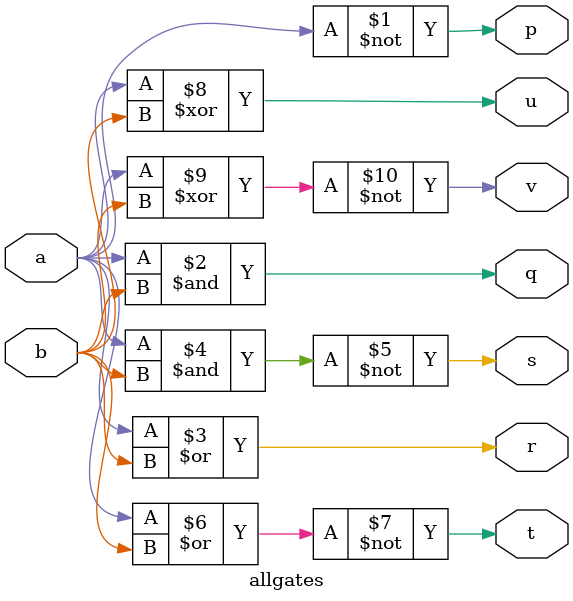
<source format=v>
`timescale 1ns / 1ps


module allgates(    input a,    input b,    output p,    output q,    output r,    output s,    output t,    output u,
 output v      );
   assign p=~a;
   assign q=(a&b);
   assign r=(a|b);
   assign s=~(a&b);
   assign t=~(a|b);
   assign u=(a^b);
   assign v=~(a^b);
endmodule

</source>
